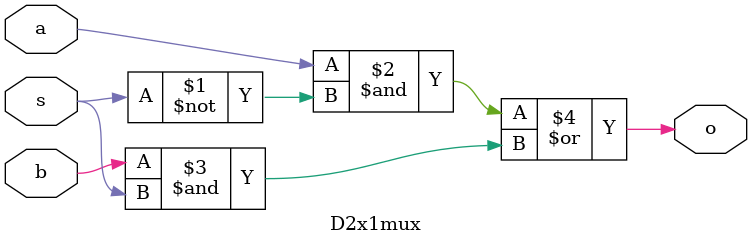
<source format=v>
`timescale 1ns / 1ps
module D2x1mux(o,a,b,s
    );
input a,b,s;
output o;
wire o;
assign o=(a&~s)|(b&s);
endmodule

</source>
